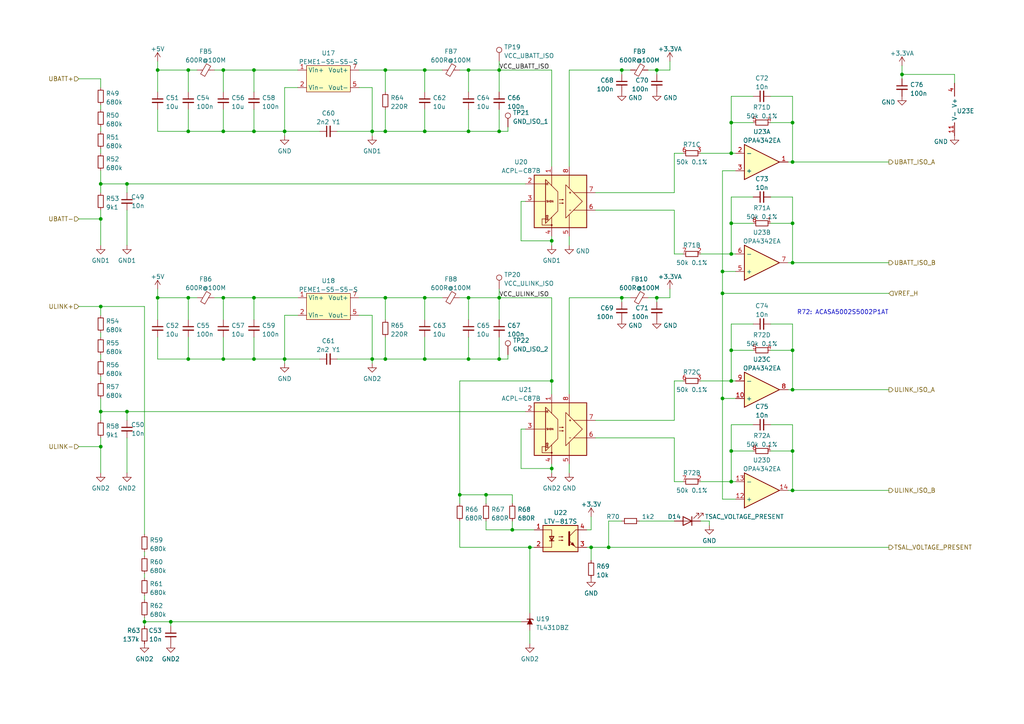
<source format=kicad_sch>
(kicad_sch (version 20211123) (generator eeschema)
  (paper "A4")
  (title_block (title "SPR23e Battery Management Unit (BMU)") (date "2023-03-25") (rev "B") (company "Scuderia Mensa HS RheinMain racing e.V.") (comment 1 "Author: Luca Engelmann") (comment 2 "Car number: 65"))
  (junction (at 123.19 20.32))
  (junction (at 144.78 86.36))
  (junction (at 54.61 38.1))
  (junction (at 190.5 20.32))
  (junction (at 41.91 180.34))
  (junction (at 261.62 21.59))
  (junction (at 160.02 69.85))
  (junction (at 82.55 38.1))
  (junction (at 190.5 86.36))
  (junction (at 73.66 104.14))
  (junction (at 229.87 76.2))
  (junction (at 212.09 73.66))
  (junction (at 107.95 38.1))
  (junction (at 153.67 158.75))
  (junction (at 180.34 86.36))
  (junction (at 64.77 104.14))
  (junction (at 73.66 38.1))
  (junction (at 111.76 20.32))
  (junction (at 171.45 158.75))
  (junction (at 111.76 104.14))
  (junction (at 29.21 129.54))
  (junction (at 148.59 153.67))
  (junction (at 180.34 20.32))
  (junction (at 209.55 78.74))
  (junction (at 45.72 20.32))
  (junction (at 229.87 46.99))
  (junction (at 229.87 130.81))
  (junction (at 54.61 86.36))
  (junction (at 212.09 101.6))
  (junction (at 82.55 104.14))
  (junction (at 107.95 104.14))
  (junction (at 140.97 143.51))
  (junction (at 212.09 64.77))
  (junction (at 123.19 86.36))
  (junction (at 229.87 142.24))
  (junction (at 135.89 20.32))
  (junction (at 135.89 86.36))
  (junction (at 212.09 139.7))
  (junction (at 229.87 35.56))
  (junction (at 123.19 104.14))
  (junction (at 64.77 20.32))
  (junction (at 176.53 158.75))
  (junction (at 29.21 63.5))
  (junction (at 73.66 20.32))
  (junction (at 144.78 38.1))
  (junction (at 123.19 38.1))
  (junction (at 64.77 86.36))
  (junction (at 29.21 88.9))
  (junction (at 160.02 110.49))
  (junction (at 111.76 86.36))
  (junction (at 209.55 85.09))
  (junction (at 73.66 86.36))
  (junction (at 29.21 119.38))
  (junction (at 144.78 104.14))
  (junction (at 54.61 20.32))
  (junction (at 229.87 101.6))
  (junction (at 229.87 113.03))
  (junction (at 144.78 20.32))
  (junction (at 111.76 38.1))
  (junction (at 160.02 135.89))
  (junction (at 135.89 38.1))
  (junction (at 212.09 110.49))
  (junction (at 133.35 143.51))
  (junction (at 45.72 86.36))
  (junction (at 64.77 38.1))
  (junction (at 36.83 53.34))
  (junction (at 212.09 35.56))
  (junction (at 212.09 44.45))
  (junction (at 135.89 104.14))
  (junction (at 29.21 53.34))
  (junction (at 229.87 64.77))
  (junction (at 209.55 115.57))
  (junction (at 212.09 130.81))
  (junction (at 36.83 119.38))
  (junction (at 54.61 104.14))
  (junction (at 49.53 180.34))
  (wire (pts (xy 147.32 38.1) (xy 144.78 38.1)))
  (wire (pts (xy 160.02 20.32) (xy 160.02 48.26)))
  (wire (pts (xy 229.87 113.03) (xy 228.6 113.03)))
  (wire (pts (xy 194.31 20.32) (xy 190.5 20.32)))
  (wire (pts (xy 218.44 123.19) (xy 212.09 123.19)))
  (wire (pts (xy 104.14 20.32) (xy 111.76 20.32)))
  (wire (pts (xy 73.66 20.32) (xy 86.36 20.32)))
  (wire (pts (xy 212.09 73.66) (xy 213.36 73.66)))
  (wire (pts (xy 180.34 86.36) (xy 180.34 87.63)))
  (wire (pts (xy 195.58 44.45) (xy 198.12 44.45)))
  (wire (pts (xy 172.72 121.92) (xy 195.58 121.92)))
  (wire (pts (xy 229.87 93.98) (xy 229.87 101.6)))
  (wire (pts (xy 209.55 85.09) (xy 209.55 115.57)))
  (wire (pts (xy 212.09 57.15) (xy 212.09 64.77)))
  (wire (pts (xy 218.44 64.77) (xy 212.09 64.77)))
  (wire (pts (xy 64.77 86.36) (xy 73.66 86.36)))
  (wire (pts (xy 160.02 68.58) (xy 160.02 69.85)))
  (wire (pts (xy 195.58 55.88) (xy 195.58 44.45)))
  (wire (pts (xy 212.09 27.94) (xy 212.09 35.56)))
  (wire (pts (xy 135.89 20.32) (xy 135.89 26.67)))
  (wire (pts (xy 64.77 20.32) (xy 73.66 20.32)))
  (wire (pts (xy 195.58 139.7) (xy 198.12 139.7)))
  (wire (pts (xy 36.83 53.34) (xy 152.4 53.34)))
  (wire (pts (xy 133.35 20.32) (xy 135.89 20.32)))
  (wire (pts (xy 151.13 135.89) (xy 160.02 135.89)))
  (wire (pts (xy 203.2 73.66) (xy 212.09 73.66)))
  (wire (pts (xy 36.83 127) (xy 36.83 137.16)))
  (wire (pts (xy 36.83 60.96) (xy 36.83 71.12)))
  (wire (pts (xy 45.72 38.1) (xy 54.61 38.1)))
  (wire (pts (xy 36.83 55.88) (xy 36.83 53.34)))
  (wire (pts (xy 64.77 97.79) (xy 64.77 104.14)))
  (wire (pts (xy 229.87 35.56) (xy 229.87 46.99)))
  (wire (pts (xy 41.91 88.9) (xy 29.21 88.9)))
  (wire (pts (xy 123.19 20.32) (xy 123.19 26.67)))
  (wire (pts (xy 160.02 110.49) (xy 160.02 114.3)))
  (wire (pts (xy 144.78 20.32) (xy 144.78 26.67)))
  (wire (pts (xy 62.23 86.36) (xy 64.77 86.36)))
  (wire (pts (xy 111.76 86.36) (xy 111.76 92.71)))
  (wire (pts (xy 148.59 146.05) (xy 148.59 143.51)))
  (wire (pts (xy 195.58 110.49) (xy 198.12 110.49)))
  (wire (pts (xy 41.91 180.34) (xy 49.53 180.34)))
  (wire (pts (xy 22.86 88.9) (xy 29.21 88.9)))
  (wire (pts (xy 176.53 151.13) (xy 176.53 158.75)))
  (wire (pts (xy 144.78 104.14) (xy 135.89 104.14)))
  (wire (pts (xy 29.21 30.48) (xy 29.21 31.75)))
  (wire (pts (xy 165.1 68.58) (xy 165.1 71.12)))
  (wire (pts (xy 57.15 20.32) (xy 54.61 20.32)))
  (wire (pts (xy 41.91 180.34) (xy 41.91 179.07)))
  (wire (pts (xy 54.61 86.36) (xy 45.72 86.36)))
  (wire (pts (xy 194.31 86.36) (xy 190.5 86.36)))
  (wire (pts (xy 195.58 121.92) (xy 195.58 110.49)))
  (wire (pts (xy 212.09 123.19) (xy 212.09 130.81)))
  (wire (pts (xy 64.77 86.36) (xy 64.77 92.71)))
  (wire (pts (xy 107.95 91.44) (xy 107.95 104.14)))
  (wire (pts (xy 172.72 127) (xy 195.58 127)))
  (wire (pts (xy 223.52 130.81) (xy 229.87 130.81)))
  (wire (pts (xy 54.61 86.36) (xy 54.61 92.71)))
  (wire (pts (xy 111.76 20.32) (xy 111.76 26.67)))
  (wire (pts (xy 165.1 86.36) (xy 165.1 114.3)))
  (wire (pts (xy 29.21 102.87) (xy 29.21 104.14)))
  (wire (pts (xy 209.55 78.74) (xy 209.55 85.09)))
  (wire (pts (xy 180.34 151.13) (xy 176.53 151.13)))
  (wire (pts (xy 165.1 20.32) (xy 165.1 48.26)))
  (wire (pts (xy 73.66 97.79) (xy 73.66 104.14)))
  (wire (pts (xy 229.87 64.77) (xy 229.87 76.2)))
  (wire (pts (xy 209.55 115.57) (xy 213.36 115.57)))
  (wire (pts (xy 229.87 46.99) (xy 228.6 46.99)))
  (wire (pts (xy 135.89 97.79) (xy 135.89 104.14)))
  (wire (pts (xy 54.61 20.32) (xy 45.72 20.32)))
  (wire (pts (xy 82.55 91.44) (xy 86.36 91.44)))
  (wire (pts (xy 212.09 110.49) (xy 213.36 110.49)))
  (wire (pts (xy 62.23 20.32) (xy 64.77 20.32)))
  (wire (pts (xy 144.78 20.32) (xy 160.02 20.32)))
  (wire (pts (xy 218.44 101.6) (xy 212.09 101.6)))
  (wire (pts (xy 111.76 38.1) (xy 107.95 38.1)))
  (wire (pts (xy 73.66 38.1) (xy 82.55 38.1)))
  (wire (pts (xy 41.91 88.9) (xy 41.91 154.94)))
  (wire (pts (xy 41.91 172.72) (xy 41.91 173.99)))
  (wire (pts (xy 187.96 86.36) (xy 190.5 86.36)))
  (wire (pts (xy 229.87 123.19) (xy 229.87 130.81)))
  (wire (pts (xy 29.21 109.22) (xy 29.21 110.49)))
  (wire (pts (xy 123.19 86.36) (xy 123.19 92.71)))
  (wire (pts (xy 261.62 19.05) (xy 261.62 21.59)))
  (wire (pts (xy 180.34 20.32) (xy 165.1 20.32)))
  (wire (pts (xy 147.32 36.83) (xy 147.32 38.1)))
  (wire (pts (xy 229.87 27.94) (xy 229.87 35.56)))
  (wire (pts (xy 144.78 17.78) (xy 144.78 20.32)))
  (wire (pts (xy 218.44 35.56) (xy 212.09 35.56)))
  (wire (pts (xy 212.09 130.81) (xy 212.09 139.7)))
  (wire (pts (xy 45.72 20.32) (xy 45.72 26.67)))
  (wire (pts (xy 123.19 38.1) (xy 111.76 38.1)))
  (wire (pts (xy 171.45 158.75) (xy 176.53 158.75)))
  (wire (pts (xy 218.44 130.81) (xy 212.09 130.81)))
  (wire (pts (xy 203.2 110.49) (xy 212.09 110.49)))
  (wire (pts (xy 140.97 153.67) (xy 148.59 153.67)))
  (wire (pts (xy 45.72 31.75) (xy 45.72 38.1)))
  (wire (pts (xy 194.31 83.82) (xy 194.31 86.36)))
  (wire (pts (xy 203.2 44.45) (xy 212.09 44.45)))
  (wire (pts (xy 218.44 57.15) (xy 212.09 57.15)))
  (wire (pts (xy 205.74 151.13) (xy 205.74 152.4)))
  (wire (pts (xy 54.61 20.32) (xy 54.61 26.67)))
  (wire (pts (xy 140.97 151.13) (xy 140.97 153.67)))
  (wire (pts (xy 36.83 121.92) (xy 36.83 119.38)))
  (wire (pts (xy 123.19 20.32) (xy 128.27 20.32)))
  (wire (pts (xy 123.19 31.75) (xy 123.19 38.1)))
  (wire (pts (xy 152.4 124.46) (xy 151.13 124.46)))
  (wire (pts (xy 182.88 20.32) (xy 180.34 20.32)))
  (wire (pts (xy 229.87 57.15) (xy 229.87 64.77)))
  (wire (pts (xy 228.6 76.2) (xy 229.87 76.2)))
  (wire (pts (xy 229.87 46.99) (xy 257.81 46.99)))
  (wire (pts (xy 73.66 86.36) (xy 73.66 92.71)))
  (wire (pts (xy 123.19 104.14) (xy 111.76 104.14)))
  (wire (pts (xy 111.76 104.14) (xy 107.95 104.14)))
  (wire (pts (xy 144.78 104.14) (xy 147.32 104.14)))
  (wire (pts (xy 170.18 158.75) (xy 171.45 158.75)))
  (wire (pts (xy 104.14 91.44) (xy 107.95 91.44)))
  (wire (pts (xy 82.55 38.1) (xy 82.55 39.37)))
  (wire (pts (xy 172.72 55.88) (xy 195.58 55.88)))
  (wire (pts (xy 54.61 38.1) (xy 64.77 38.1)))
  (wire (pts (xy 151.13 58.42) (xy 151.13 69.85)))
  (wire (pts (xy 212.09 35.56) (xy 212.09 44.45)))
  (wire (pts (xy 54.61 104.14) (xy 64.77 104.14)))
  (wire (pts (xy 133.35 110.49) (xy 160.02 110.49)))
  (wire (pts (xy 229.87 130.81) (xy 229.87 142.24)))
  (wire (pts (xy 64.77 20.32) (xy 64.77 26.67)))
  (wire (pts (xy 45.72 17.78) (xy 45.72 20.32)))
  (wire (pts (xy 73.66 31.75) (xy 73.66 38.1)))
  (wire (pts (xy 36.83 119.38) (xy 152.4 119.38)))
  (wire (pts (xy 144.78 31.75) (xy 144.78 38.1)))
  (wire (pts (xy 22.86 22.86) (xy 29.21 22.86)))
  (wire (pts (xy 154.94 158.75) (xy 153.67 158.75)))
  (wire (pts (xy 64.77 104.14) (xy 73.66 104.14)))
  (wire (pts (xy 229.87 113.03) (xy 257.81 113.03)))
  (wire (pts (xy 153.67 182.88) (xy 153.67 186.69)))
  (wire (pts (xy 29.21 36.83) (xy 29.21 38.1)))
  (wire (pts (xy 223.52 64.77) (xy 229.87 64.77)))
  (wire (pts (xy 182.88 86.36) (xy 180.34 86.36)))
  (wire (pts (xy 73.66 86.36) (xy 86.36 86.36)))
  (wire (pts (xy 153.67 158.75) (xy 133.35 158.75)))
  (wire (pts (xy 54.61 97.79) (xy 54.61 104.14)))
  (wire (pts (xy 176.53 158.75) (xy 257.81 158.75)))
  (wire (pts (xy 212.09 101.6) (xy 212.09 110.49)))
  (wire (pts (xy 185.42 151.13) (xy 195.58 151.13)))
  (wire (pts (xy 133.35 143.51) (xy 133.35 146.05)))
  (wire (pts (xy 97.79 104.14) (xy 107.95 104.14)))
  (wire (pts (xy 111.76 97.79) (xy 111.76 104.14)))
  (wire (pts (xy 151.13 124.46) (xy 151.13 135.89)))
  (wire (pts (xy 29.21 96.52) (xy 29.21 97.79)))
  (wire (pts (xy 160.02 86.36) (xy 160.02 110.49)))
  (wire (pts (xy 107.95 38.1) (xy 107.95 39.37)))
  (wire (pts (xy 29.21 53.34) (xy 36.83 53.34)))
  (wire (pts (xy 111.76 31.75) (xy 111.76 38.1)))
  (wire (pts (xy 73.66 20.32) (xy 73.66 26.67)))
  (wire (pts (xy 160.02 69.85) (xy 160.02 71.12)))
  (wire (pts (xy 209.55 49.53) (xy 209.55 78.74)))
  (wire (pts (xy 29.21 119.38) (xy 29.21 121.92)))
  (wire (pts (xy 194.31 17.78) (xy 194.31 20.32)))
  (wire (pts (xy 171.45 158.75) (xy 171.45 162.56)))
  (wire (pts (xy 49.53 181.61) (xy 49.53 180.34)))
  (wire (pts (xy 135.89 104.14) (xy 123.19 104.14)))
  (wire (pts (xy 209.55 115.57) (xy 209.55 144.78)))
  (wire (pts (xy 180.34 20.32) (xy 180.34 21.59)))
  (wire (pts (xy 123.19 86.36) (xy 128.27 86.36)))
  (wire (pts (xy 111.76 86.36) (xy 123.19 86.36)))
  (wire (pts (xy 276.86 24.13) (xy 276.86 21.59)))
  (wire (pts (xy 223.52 35.56) (xy 229.87 35.56)))
  (wire (pts (xy 49.53 180.34) (xy 151.13 180.34)))
  (wire (pts (xy 144.78 38.1) (xy 135.89 38.1)))
  (wire (pts (xy 223.52 123.19) (xy 229.87 123.19)))
  (wire (pts (xy 209.55 78.74) (xy 213.36 78.74)))
  (wire (pts (xy 22.86 63.5) (xy 29.21 63.5)))
  (wire (pts (xy 64.77 38.1) (xy 73.66 38.1)))
  (wire (pts (xy 41.91 166.37) (xy 41.91 167.64)))
  (wire (pts (xy 213.36 49.53) (xy 209.55 49.53)))
  (wire (pts (xy 212.09 93.98) (xy 212.09 101.6)))
  (wire (pts (xy 29.21 127) (xy 29.21 129.54)))
  (wire (pts (xy 218.44 93.98) (xy 212.09 93.98)))
  (wire (pts (xy 144.78 86.36) (xy 160.02 86.36)))
  (wire (pts (xy 64.77 31.75) (xy 64.77 38.1)))
  (wire (pts (xy 147.32 102.87) (xy 147.32 104.14)))
  (wire (pts (xy 135.89 20.32) (xy 144.78 20.32)))
  (wire (pts (xy 133.35 86.36) (xy 135.89 86.36)))
  (wire (pts (xy 223.52 27.94) (xy 229.87 27.94)))
  (wire (pts (xy 92.71 38.1) (xy 82.55 38.1)))
  (wire (pts (xy 29.21 119.38) (xy 36.83 119.38)))
  (wire (pts (xy 104.14 86.36) (xy 111.76 86.36)))
  (wire (pts (xy 45.72 86.36) (xy 45.72 92.71)))
  (wire (pts (xy 148.59 143.51) (xy 140.97 143.51)))
  (wire (pts (xy 148.59 153.67) (xy 148.59 151.13)))
  (wire (pts (xy 29.21 53.34) (xy 29.21 55.88)))
  (wire (pts (xy 135.89 31.75) (xy 135.89 38.1)))
  (wire (pts (xy 144.78 97.79) (xy 144.78 104.14)))
  (wire (pts (xy 151.13 69.85) (xy 160.02 69.85)))
  (wire (pts (xy 218.44 27.94) (xy 212.09 27.94)))
  (wire (pts (xy 92.71 104.14) (xy 82.55 104.14)))
  (wire (pts (xy 170.18 153.67) (xy 171.45 153.67)))
  (wire (pts (xy 82.55 104.14) (xy 82.55 91.44)))
  (wire (pts (xy 123.19 97.79) (xy 123.19 104.14)))
  (wire (pts (xy 104.14 25.4) (xy 107.95 25.4)))
  (wire (pts (xy 229.87 142.24) (xy 257.81 142.24)))
  (wire (pts (xy 229.87 101.6) (xy 229.87 113.03)))
  (wire (pts (xy 212.09 44.45) (xy 213.36 44.45)))
  (wire (pts (xy 228.6 142.24) (xy 229.87 142.24)))
  (wire (pts (xy 212.09 64.77) (xy 212.09 73.66)))
  (wire (pts (xy 195.58 73.66) (xy 198.12 73.66)))
  (wire (pts (xy 140.97 143.51) (xy 140.97 146.05)))
  (wire (pts (xy 144.78 83.82) (xy 144.78 86.36)))
  (wire (pts (xy 29.21 63.5) (xy 29.21 71.12)))
  (wire (pts (xy 152.4 58.42) (xy 151.13 58.42)))
  (wire (pts (xy 45.72 104.14) (xy 54.61 104.14)))
  (wire (pts (xy 223.52 93.98) (xy 229.87 93.98)))
  (wire (pts (xy 97.79 38.1) (xy 107.95 38.1)))
  (wire (pts (xy 190.5 20.32) (xy 190.5 21.59)))
  (wire (pts (xy 223.52 57.15) (xy 229.87 57.15)))
  (wire (pts (xy 29.21 25.4) (xy 29.21 22.86)))
  (wire (pts (xy 144.78 86.36) (xy 144.78 92.71)))
  (wire (pts (xy 209.55 144.78) (xy 213.36 144.78)))
  (wire (pts (xy 82.55 25.4) (xy 86.36 25.4)))
  (wire (pts (xy 82.55 104.14) (xy 82.55 105.41)))
  (wire (pts (xy 82.55 38.1) (xy 82.55 25.4)))
  (wire (pts (xy 133.35 158.75) (xy 133.35 151.13)))
  (wire (pts (xy 165.1 134.62) (xy 165.1 137.16)))
  (wire (pts (xy 172.72 60.96) (xy 195.58 60.96)))
  (wire (pts (xy 29.21 129.54) (xy 29.21 137.16)))
  (wire (pts (xy 107.95 104.14) (xy 107.95 105.41)))
  (wire (pts (xy 171.45 153.67) (xy 171.45 149.86)))
  (wire (pts (xy 160.02 135.89) (xy 160.02 137.16)))
  (wire (pts (xy 209.55 85.09) (xy 257.81 85.09)))
  (wire (pts (xy 29.21 115.57) (xy 29.21 119.38)))
  (wire (pts (xy 203.2 151.13) (xy 205.74 151.13)))
  (wire (pts (xy 195.58 73.66) (xy 195.58 60.96)))
  (wire (pts (xy 276.86 21.59) (xy 261.62 21.59)))
  (wire (pts (xy 154.94 153.67) (xy 148.59 153.67)))
  (wire (pts (xy 29.21 60.96) (xy 29.21 63.5)))
  (wire (pts (xy 187.96 20.32) (xy 190.5 20.32)))
  (wire (pts (xy 107.95 25.4) (xy 107.95 38.1)))
  (wire (pts (xy 180.34 86.36) (xy 165.1 86.36)))
  (wire (pts (xy 229.87 76.2) (xy 257.81 76.2)))
  (wire (pts (xy 223.52 101.6) (xy 229.87 101.6)))
  (wire (pts (xy 195.58 139.7) (xy 195.58 127)))
  (wire (pts (xy 140.97 143.51) (xy 133.35 143.51)))
  (wire (pts (xy 190.5 86.36) (xy 190.5 87.63)))
  (wire (pts (xy 29.21 49.53) (xy 29.21 53.34)))
  (wire (pts (xy 261.62 21.59) (xy 261.62 22.86)))
  (wire (pts (xy 22.86 129.54) (xy 29.21 129.54)))
  (wire (pts (xy 45.72 83.82) (xy 45.72 86.36)))
  (wire (pts (xy 203.2 139.7) (xy 212.09 139.7)))
  (wire (pts (xy 133.35 110.49) (xy 133.35 143.51)))
  (wire (pts (xy 135.89 86.36) (xy 135.89 92.71)))
  (wire (pts (xy 153.67 158.75) (xy 153.67 177.8)))
  (wire (pts (xy 160.02 134.62) (xy 160.02 135.89)))
  (wire (pts (xy 111.76 20.32) (xy 123.19 20.32)))
  (wire (pts (xy 29.21 91.44) (xy 29.21 88.9)))
  (wire (pts (xy 212.09 139.7) (xy 213.36 139.7)))
  (wire (pts (xy 41.91 160.02) (xy 41.91 161.29)))
  (wire (pts (xy 73.66 104.14) (xy 82.55 104.14)))
  (wire (pts (xy 57.15 86.36) (xy 54.61 86.36)))
  (wire (pts (xy 54.61 31.75) (xy 54.61 38.1)))
  (wire (pts (xy 29.21 43.18) (xy 29.21 44.45)))
  (wire (pts (xy 135.89 38.1) (xy 123.19 38.1)))
  (wire (pts (xy 135.89 86.36) (xy 144.78 86.36)))
  (wire (pts (xy 45.72 97.79) (xy 45.72 104.14)))
  (wire (pts (xy 41.91 180.34) (xy 41.91 181.61)))
  (text "R72: ACASA5002S5002P1AT " (at 231.14 91.44 0) (effects (font (size 1.27 1.27)) (justify left bottom)))
  (label "VCC_UBATT_ISO" (at 144.78 20.32 0))
  (label "VCC_ULINK_ISO" (at 144.78 86.36 0))
  (hierarchical_label "ULINK-" (shape input) (at 22.86 129.54 180))
  (hierarchical_label "UBATT+" (shape input) (at 22.86 22.86 180))
  (hierarchical_label "UBATT-" (shape input) (at 22.86 63.5 180))
  (hierarchical_label "UBATT_ISO_B" (shape output) (at 257.81 76.2 0))
  (hierarchical_label "VREF_H" (shape input) (at 257.81 85.09 0))
  (hierarchical_label "TSAL_VOLTAGE_PRESENT" (shape output) (at 257.81 158.75 0))
  (hierarchical_label "ULINK_ISO_B" (shape output) (at 257.81 142.24 0))
  (hierarchical_label "UBATT_ISO_A" (shape output) (at 257.81 46.99 0))
  (hierarchical_label "ULINK+" (shape input) (at 22.86 88.9 180))
  (hierarchical_label "ULINK_ISO_A" (shape output) (at 257.81 113.03 0))
  (symbol (lib_id "Device:C_Small") (at 36.83 58.42 0) (mirror y) (unit 1)
    (property "Reference" "C49" (at 41.91 57.15 0) (effects (justify left)))
    (property "Value" "10n" (at 41.91 59.69 0) (effects (justify left)))
    (property "Footprint" "Capacitor_SMD:C_0603_1608Metric" (effects hide))
  )
  (symbol (lib_id "Device:FerriteBead_Small") (at 59.69 86.36 90) (unit 1)
    (property "Reference" "FB6" (at 59.6519 80.9584 90))
    (property "Value" "600R@100M" (at 59.6519 83.4953 90))
    (property "Footprint" "Inductor_SMD:L_0603_1608Metric" (effects hide))
  )
  (symbol (lib_id "Device:R_Small") (at 29.21 40.64 0) (mirror y) (unit 1)
    (property "Reference" "R51" (at 30.7086 39.8053 0) (effects (justify right)))
    (property "Value" "680k" (at 30.7086 42.3422 0) (effects (justify right)))
    (property "Footprint" "Resistor_SMD:R_1206_3216Metric" (effects hide))
  )
  (symbol (lib_id "Device:C_Small") (at 190.5 90.17 0) (mirror y) (unit 1)
    (property "Reference" "C71" (at 188.1759 89.3416 0) (effects (justify left)))
    (property "Value" "100n" (at 188.1759 91.8785 0) (effects (justify left)))
    (property "Footprint" "Capacitor_SMD:C_0603_1608Metric" (effects hide))
  )
  (symbol (lib_id "Scuderia:R_Network_SMD") (at 220.98 101.6 270) (unit 4)
    (property "Reference" "R72" (at 220.98 97.1636 90))
    (property "Value" "50k 0.1%" (at 220.98 99.7005 90))
    (property "Footprint" "Resistor_SMD:R_Array_Convex_4x0603" (effects hide))
  )
  (symbol (lib_name "GND1_3") (lib_id "power:GND1") (at 36.83 71.12 0) (mirror y) (unit 1)
    (property "Reference" "#PWR0122" (effects hide))
    (property "Value" "GND1" (at 36.83 75.5634 0))
  )
  (symbol (lib_id "power:GND2") (at 41.91 186.69 0) (mirror y) (unit 1)
    (property "Reference" "#PWR0124" (effects hide))
    (property "Value" "GND2" (at 41.91 191.1334 0))
  )
  (symbol (lib_id "Device:C_Small") (at 261.62 25.4 0) (unit 1)
    (property "Reference" "C76" (at 263.9441 24.5716 0) (effects (justify left)))
    (property "Value" "100n" (at 263.9441 27.1085 0) (effects (justify left)))
    (property "Footprint" "Capacitor_SMD:C_0603_1608Metric" (effects hide))
  )
  (symbol (lib_id "Scuderia:R_Network_SMD") (at 200.66 73.66 270) (unit 2)
    (property "Reference" "R71" (at 200.66 71.12 90))
    (property "Value" "50k 0.1%" (at 200.66 76.2 90))
    (property "Footprint" "Resistor_SMD:R_Array_Convex_4x0603" (effects hide))
  )
  (symbol (lib_id "Device:C_Small") (at 220.98 123.19 90) (unit 1)
    (property "Reference" "C75" (at 220.9863 117.9281 90))
    (property "Value" "10n" (at 220.9863 120.465 90))
    (property "Footprint" "Capacitor_SMD:C_0603_1608Metric" (effects hide))
  )
  (symbol (lib_id "Connector:TestPoint") (at 144.78 83.82 0) (unit 1)
    (property "Reference" "TP20" (at 146.177 79.6833 0) (effects (justify left)))
    (property "Value" "VCC_ULINK_ISO" (at 146.177 82.2202 0) (effects (justify left)))
    (property "Footprint" "TestPoint:TestPoint_Pad_D1.5mm" (effects hide))
  )
  (symbol (lib_id "Device:Opamp_Quad") (at 220.98 46.99 0) (mirror x) (unit 1)
    (property "Reference" "U23" (at 220.98 38.2102 0))
    (property "Value" "OPA4342EA" (at 220.98 40.7471 0))
    (property "Footprint" "Package_SO:TSSOP-14_4.4x5mm_P0.65mm" (effects hide))
  )
  (symbol (lib_id "Device:C_Small") (at 180.34 90.17 0) (mirror y) (unit 1)
    (property "Reference" "C69" (at 178.0159 89.3416 0) (effects (justify left)))
    (property "Value" "100n" (at 178.0159 91.8785 0) (effects (justify left)))
    (property "Footprint" "Capacitor_SMD:C_0603_1608Metric" (effects hide))
  )
  (symbol (lib_id "Connector:TestPoint") (at 144.78 17.78 0) (unit 1)
    (property "Reference" "TP19" (at 146.177 13.6433 0) (effects (justify left)))
    (property "Value" "VCC_UBATT_ISO" (at 146.177 16.1802 0) (effects (justify left)))
    (property "Footprint" "TestPoint:TestPoint_Pad_D1.5mm" (effects hide))
  )
  (symbol (lib_id "Device:C_Small") (at 95.25 104.14 90) (unit 1)
    (property "Reference" "C61" (at 95.2563 98.8781 90))
    (property "Value" "2n2 Y1" (at 95.2563 101.415 90))
    (property "Footprint" "Capacitor_THT:C_Rect_L13.0mm_W4.0mm_P10.00mm_FKS3_FKP3_MKS4" (effects hide))
  )
  (symbol (lib_id "Device:R_Small") (at 29.21 100.33 0) (mirror y) (unit 1)
    (property "Reference" "R55" (at 30.7086 99.4953 0) (effects (justify right)))
    (property "Value" "680k" (at 30.7086 102.0322 0) (effects (justify right)))
    (property "Footprint" "Resistor_SMD:R_1206_3216Metric" (effects hide))
  )
  (symbol (lib_id "Device:Opamp_Quad") (at 274.32 31.75 0) (mirror y) (unit 5)
    (property "Reference" "U23" (at 277.495 32.1838 0) (effects (justify right)))
    (property "Value" "OPA4342EA" (effects hide))
    (property "Footprint" "Package_SO:TSSOP-14_4.4x5mm_P0.65mm" (effects hide))
  )
  (symbol (lib_name "GND_1") (lib_id "power:GND") (at 190.5 92.71 0) (unit 1)
    (property "Reference" "#PWR0142" (effects hide))
    (property "Value" "GND" (at 192.405 94.4138 0) (effects (justify left)))
  )
  (symbol (lib_id "Scuderia:PEME1") (at 95.25 22.86 0) (unit 1)
    (property "Reference" "U17" (at 95.25 15.401 0))
    (property "Value" "PEME1-S5-S5-S" (at 95.25 17.9379 0))
    (property "Footprint" "Scuderia:PEME1" (effects hide))
  )
  (symbol (lib_id "Device:R_Small") (at 41.91 157.48 0) (mirror y) (unit 1)
    (property "Reference" "R59" (at 43.4086 156.6453 0) (effects (justify right)))
    (property "Value" "680k" (at 43.4086 159.1822 0) (effects (justify right)))
    (property "Footprint" "Resistor_SMD:R_1206_3216Metric" (effects hide))
  )
  (symbol (lib_id "Device:C_Small") (at 36.83 124.46 0) (mirror y) (unit 1)
    (property "Reference" "C50" (at 41.91 123.19 0) (effects (justify left)))
    (property "Value" "10n" (at 41.91 125.73 0) (effects (justify left)))
    (property "Footprint" "Capacitor_SMD:C_0603_1608Metric" (effects hide))
  )
  (symbol (lib_name "GND2_1") (lib_id "power:GND2") (at 160.02 137.16 0) (mirror y) (unit 1)
    (property "Reference" "#PWR0134" (effects hide))
    (property "Value" "GND2" (at 160.02 141.6034 0))
  )
  (symbol (lib_id "Device:FerriteBead_Small") (at 130.81 20.32 90) (unit 1)
    (property "Reference" "FB7" (at 130.7719 14.9184 90))
    (property "Value" "600R@100M" (at 130.7719 17.4553 90))
    (property "Footprint" "Inductor_SMD:L_0603_1608Metric" (effects hide))
  )
  (symbol (lib_id "Device:C_Small") (at 123.19 29.21 0) (unit 1)
    (property "Reference" "C62" (at 125.5141 28.3816 0) (effects (justify left)))
    (property "Value" "10u" (at 125.5141 30.9185 0) (effects (justify left)))
    (property "Footprint" "Capacitor_SMD:C_1206_3216Metric" (effects hide))
  )
  (symbol (lib_name "GND_4") (lib_id "power:GND") (at 205.74 152.4 0) (unit 1)
    (property "Reference" "#PWR0145" (effects hide))
    (property "Value" "GND" (at 205.74 156.8434 0))
  )
  (symbol (lib_id "Device:R_Small") (at 182.88 151.13 90) (unit 1)
    (property "Reference" "R70" (at 177.8 149.86 90))
    (property "Value" "1k2" (at 187.96 149.86 90))
    (property "Footprint" "Resistor_SMD:R_0603_1608Metric" (effects hide))
  )
  (symbol (lib_id "Isolator_Analog:ACPL-C87B") (at 162.56 124.46 0) (unit 1)
    (property "Reference" "U21" (at 152.4 113.03 0))
    (property "Value" "ACPL-C87B" (at 151.13 115.57 0))
    (property "Footprint" "Package_SO:SSO-8_6.8x5.9mm_P1.27mm_Clearance8mm" (effects hide))
    (property "Datasheet" "www.avagotech.com/docs/AV02-3563EN" (effects hide))
  )
  (symbol (lib_name "GND_9") (lib_id "power:GND") (at 276.86 39.37 0) (mirror y) (unit 1)
    (property "Reference" "#PWR0148" (effects hide))
    (property "Value" "GND" (at 274.955 41.0738 0) (effects (justify left)))
  )
  (symbol (lib_id "Device:FerriteBead_Small") (at 185.42 20.32 270) (unit 1)
    (property "Reference" "FB9" (at 185.4581 14.9184 90))
    (property "Value" "600R@100M" (at 185.4581 17.4553 90))
    (property "Footprint" "Inductor_SMD:L_0603_1608Metric" (effects hide))
  )
  (symbol (lib_id "Device:R_Small") (at 41.91 163.83 0) (mirror y) (unit 1)
    (property "Reference" "R60" (at 43.4086 162.9953 0) (effects (justify right)))
    (property "Value" "680k" (at 43.4086 165.5322 0) (effects (justify right)))
    (property "Footprint" "Resistor_SMD:R_1206_3216Metric" (effects hide))
  )
  (symbol (lib_id "Device:R_Small") (at 111.76 29.21 0) (unit 1)
    (property "Reference" "R64" (at 113.2586 28.3753 0) (effects (justify left)))
    (property "Value" "220R" (at 113.2586 30.9122 0) (effects (justify left)))
    (property "Footprint" "Resistor_SMD:R_1210_3225Metric" (effects hide))
  )
  (symbol (lib_id "Device:C_Small") (at 135.89 95.25 0) (unit 1)
    (property "Reference" "C65" (at 138.2141 94.4216 0) (effects (justify left)))
    (property "Value" "10u" (at 138.2141 96.9585 0) (effects (justify left)))
    (property "Footprint" "Capacitor_SMD:C_1206_3216Metric" (effects hide))
  )
  (symbol (lib_name "+3.3VA_1") (lib_id "power:+3.3VA") (at 194.31 83.82 0) (mirror y) (unit 1)
    (property "Reference" "#PWR0144" (effects hide))
    (property "Value" "+3.3VA" (at 194.31 80.2442 0))
  )
  (symbol (lib_id "power:GND1") (at 29.21 71.12 0) (mirror y) (unit 1)
    (property "Reference" "#PWR0120" (effects hide))
    (property "Value" "GND1" (at 29.21 75.5634 0))
  )
  (symbol (lib_id "Connector:TestPoint") (at 147.32 102.87 0) (unit 1)
    (property "Reference" "TP22" (at 148.717 98.7333 0) (effects (justify left)))
    (property "Value" "GND_ISO_2" (at 148.717 101.2702 0) (effects (justify left)))
    (property "Footprint" "TestPoint:TestPoint_Pad_D1.5mm" (effects hide))
  )
  (symbol (lib_name "GND1_2") (lib_id "power:GND1") (at 107.95 39.37 0) (unit 1)
    (property "Reference" "#PWR0130" (effects hide))
    (property "Value" "GND1" (at 107.95 43.8134 0))
  )
  (symbol (lib_name "GND_11") (lib_id "power:GND") (at 82.55 39.37 0) (unit 1)
    (property "Reference" "#PWR0128" (effects hide))
    (property "Value" "GND" (at 82.55 43.8134 0))
  )
  (symbol (lib_name "GND_3") (lib_id "power:GND") (at 165.1 137.16 0) (unit 1)
    (property "Reference" "#PWR0136" (effects hide))
    (property "Value" "GND" (at 165.1 141.6034 0))
  )
  (symbol (lib_id "Device:R_Small") (at 41.91 176.53 0) (mirror y) (unit 1)
    (property "Reference" "R62" (at 43.4086 175.6953 0) (effects (justify right)))
    (property "Value" "680k" (at 43.4086 178.2322 0) (effects (justify right)))
    (property "Footprint" "Resistor_SMD:R_1206_3216Metric" (effects hide))
  )
  (symbol (lib_id "Device:Opamp_Quad") (at 220.98 142.24 0) (mirror x) (unit 4)
    (property "Reference" "U23" (at 220.98 133.4602 0))
    (property "Value" "OPA4342EA" (at 220.98 135.9971 0))
    (property "Footprint" "Package_SO:TSSOP-14_4.4x5mm_P0.65mm" (effects hide))
  )
  (symbol (lib_id "Device:C_Small") (at 54.61 29.21 0) (unit 1)
    (property "Reference" "C54" (at 56.9341 28.3816 0) (effects (justify left)))
    (property "Value" "100n" (at 56.9341 30.9185 0) (effects (justify left)))
    (property "Footprint" "Capacitor_SMD:C_0603_1608Metric" (effects hide))
  )
  (symbol (lib_id "Device:R_Small") (at 29.21 34.29 0) (mirror y) (unit 1)
    (property "Reference" "R50" (at 30.7086 33.4553 0) (effects (justify right)))
    (property "Value" "680k" (at 30.7086 35.9922 0) (effects (justify right)))
    (property "Footprint" "Resistor_SMD:R_1206_3216Metric" (effects hide))
  )
  (symbol (lib_id "Device:R_Small") (at 133.35 148.59 0) (mirror y) (unit 1)
    (property "Reference" "R66" (at 134.8486 147.7553 0) (effects (justify right)))
    (property "Value" "680R" (at 134.8486 150.2922 0) (effects (justify right)))
    (property "Footprint" "Resistor_SMD:R_0603_1608Metric" (effects hide))
  )
  (symbol (lib_name "GND_5") (lib_id "power:GND") (at 171.45 167.64 0) (unit 1)
    (property "Reference" "#PWR0138" (effects hide))
    (property "Value" "GND" (at 171.45 172.0834 0))
  )
  (symbol (lib_id "Device:R_Small") (at 171.45 165.1 0) (unit 1)
    (property "Reference" "R69" (at 172.9486 164.2653 0) (effects (justify left)))
    (property "Value" "10k" (at 172.9486 166.8022 0) (effects (justify left)))
    (property "Footprint" "Resistor_SMD:R_0603_1608Metric" (effects hide))
  )
  (symbol (lib_id "Device:C_Small") (at 64.77 95.25 0) (unit 1)
    (property "Reference" "C57" (at 67.0941 94.4216 0) (effects (justify left)))
    (property "Value" "10u" (at 67.0941 96.9585 0) (effects (justify left)))
    (property "Footprint" "Capacitor_SMD:C_1206_3216Metric" (effects hide))
  )
  (symbol (lib_name "GND_7") (lib_id "power:GND") (at 180.34 26.67 0) (unit 1)
    (property "Reference" "#PWR0139" (effects hide))
    (property "Value" "GND" (at 182.245 28.3738 0) (effects (justify left)))
  )
  (symbol (lib_id "power:+3.3VA") (at 261.62 19.05 0) (unit 1)
    (property "Reference" "#PWR0146" (effects hide))
    (property "Value" "+3.3VA" (at 261.62 15.4742 0))
  )
  (symbol (lib_id "Device:R_Small") (at 29.21 27.94 0) (mirror y) (unit 1)
    (property "Reference" "R49" (at 30.7086 27.1053 0) (effects (justify right)))
    (property "Value" "680k" (at 30.7086 29.6422 0) (effects (justify right)))
    (property "Footprint" "Resistor_SMD:R_1206_3216Metric" (effects hide))
  )
  (symbol (lib_id "power:GND") (at 82.55 105.41 0) (unit 1)
    (property "Reference" "#PWR0129" (effects hide))
    (property "Value" "GND" (at 82.55 109.8534 0))
  )
  (symbol (lib_name "GND_10") (lib_id "power:GND") (at 261.62 27.94 0) (mirror y) (unit 1)
    (property "Reference" "#PWR0147" (effects hide))
    (property "Value" "GND" (at 259.715 29.6438 0) (effects (justify left)))
  )
  (symbol (lib_id "Device:C_Small") (at 144.78 29.21 0) (unit 1)
    (property "Reference" "C66" (at 147.1041 28.3816 0) (effects (justify left)))
    (property "Value" "100n" (at 147.1041 30.9185 0) (effects (justify left)))
    (property "Footprint" "Capacitor_SMD:C_0603_1608Metric" (effects hide))
  )
  (symbol (lib_id "Device:C_Small") (at 49.53 184.15 0) (mirror y) (unit 1)
    (property "Reference" "C53" (at 46.99 182.88 0) (effects (justify left)))
    (property "Value" "10n" (at 46.99 185.42 0) (effects (justify left)))
    (property "Footprint" "Capacitor_SMD:C_0603_1608Metric" (effects hide))
  )
  (symbol (lib_id "Device:R_Small") (at 29.21 93.98 0) (mirror y) (unit 1)
    (property "Reference" "R54" (at 30.7086 93.1453 0) (effects (justify right)))
    (property "Value" "680k" (at 30.7086 95.6822 0) (effects (justify right)))
    (property "Footprint" "Resistor_SMD:R_1206_3216Metric" (effects hide))
  )
  (symbol (lib_id "Scuderia:PEME1") (at 95.25 88.9 0) (unit 1)
    (property "Reference" "U18" (at 95.25 81.441 0))
    (property "Value" "PEME1-S5-S5-S" (at 95.25 83.9779 0))
    (property "Footprint" "Scuderia:PEME1" (effects hide))
  )
  (symbol (lib_id "Device:R_Small") (at 29.21 124.46 0) (mirror y) (unit 1)
    (property "Reference" "R58" (at 30.7086 123.6253 0) (effects (justify right)))
    (property "Value" "9k1" (at 30.7086 126.1622 0) (effects (justify right)))
    (property "Footprint" "Resistor_SMD:R_0603_1608Metric" (effects hide))
  )
  (symbol (lib_id "Scuderia:R_Network_SMD") (at 200.66 139.7 270) (unit 2)
    (property "Reference" "R72" (at 200.66 137.16 90))
    (property "Value" "50k 0.1%" (at 200.66 142.24 90))
    (property "Footprint" "Resistor_SMD:R_Array_Convex_4x0603" (effects hide))
  )
  (symbol (lib_id "Device:R_Small") (at 140.97 148.59 0) (mirror y) (unit 1)
    (property "Reference" "R67" (at 142.4686 147.7553 0) (effects (justify right)))
    (property "Value" "680R" (at 142.4686 150.2922 0) (effects (justify right)))
    (property "Footprint" "Resistor_SMD:R_0603_1608Metric" (effects hide))
  )
  (symbol (lib_name "GND2_4") (lib_id "power:GND2") (at 153.67 186.69 0) (mirror y) (unit 1)
    (property "Reference" "#PWR0132" (effects hide))
    (property "Value" "GND2" (at 153.67 191.1334 0))
  )
  (symbol (lib_id "Device:FerriteBead_Small") (at 130.81 86.36 90) (unit 1)
    (property "Reference" "FB8" (at 130.7719 80.9584 90))
    (property "Value" "600R@100M" (at 130.7719 83.4953 90))
    (property "Footprint" "Inductor_SMD:L_0603_1608Metric" (effects hide))
  )
  (symbol (lib_id "power:GND2") (at 29.21 137.16 0) (mirror y) (unit 1)
    (property "Reference" "#PWR0121" (effects hide))
    (property "Value" "GND2" (at 29.21 141.6034 0))
  )
  (symbol (lib_name "GND_6") (lib_id "power:GND") (at 165.1 71.12 0) (unit 1)
    (property "Reference" "#PWR0135" (effects hide))
    (property "Value" "GND" (at 167.005 72.8238 0) (effects (justify left)))
  )
  (symbol (lib_id "power:+5V") (at 45.72 17.78 0) (unit 1)
    (property "Reference" "#PWR0125" (effects hide))
    (property "Value" "+5V" (at 45.72 14.2042 0))
  )
  (symbol (lib_id "Device:Opamp_Quad") (at 220.98 113.03 0) (mirror x) (unit 3)
    (property "Reference" "U23" (at 220.98 104.2502 0))
    (property "Value" "OPA4342EA" (at 220.98 106.7871 0))
    (property "Footprint" "Package_SO:TSSOP-14_4.4x5mm_P0.65mm" (effects hide))
  )
  (symbol (lib_name "+5V_1") (lib_id "power:+5V") (at 45.72 83.82 0) (unit 1)
    (property "Reference" "#PWR0126" (effects hide))
    (property "Value" "+5V" (at 45.72 80.2442 0))
  )
  (symbol (lib_id "Device:C_Small") (at 180.34 24.13 0) (mirror y) (unit 1)
    (property "Reference" "C68" (at 178.0159 23.3016 0) (effects (justify left)))
    (property "Value" "100n" (at 178.0159 25.8385 0) (effects (justify left)))
    (property "Footprint" "Capacitor_SMD:C_0603_1608Metric" (effects hide))
  )
  (symbol (lib_id "Isolator_Analog:ACPL-C87B") (at 162.56 58.42 0) (unit 1)
    (property "Reference" "U20" (at 151.13 46.99 0))
    (property "Value" "ACPL-C87B" (at 151.13 49.53 0))
    (property "Footprint" "Package_SO:SSO-8_6.8x5.9mm_P1.27mm_Clearance8mm" (effects hide))
    (property "Datasheet" "www.avagotech.com/docs/AV02-3563EN" (effects hide))
  )
  (symbol (lib_id "Device:R_Small") (at 29.21 46.99 0) (mirror y) (unit 1)
    (property "Reference" "R52" (at 30.7086 46.1553 0) (effects (justify right)))
    (property "Value" "680k" (at 30.7086 48.6922 0) (effects (justify right)))
    (property "Footprint" "Resistor_SMD:R_1206_3216Metric" (effects hide))
  )
  (symbol (lib_id "Device:C_Small") (at 220.98 27.94 90) (unit 1)
    (property "Reference" "C72" (at 220.9863 22.6781 90))
    (property "Value" "10n" (at 220.9863 25.215 90))
    (property "Footprint" "Capacitor_SMD:C_0603_1608Metric" (effects hide))
  )
  (symbol (lib_id "Device:C_Small") (at 220.98 57.15 90) (unit 1)
    (property "Reference" "C73" (at 220.9863 51.8881 90))
    (property "Value" "10n" (at 220.9863 54.425 90))
    (property "Footprint" "Capacitor_SMD:C_0603_1608Metric" (effects hide))
  )
  (symbol (lib_name "GND1_1") (lib_id "power:GND1") (at 160.02 71.12 0) (mirror y) (unit 1)
    (property "Reference" "#PWR0133" (effects hide))
    (property "Value" "GND1" (at 160.02 75.5634 0))
  )
  (symbol (lib_id "Device:R_Small") (at 148.59 148.59 0) (mirror y) (unit 1)
    (property "Reference" "R68" (at 150.0886 147.7553 0) (effects (justify right)))
    (property "Value" "680R" (at 150.0886 150.2922 0) (effects (justify right)))
    (property "Footprint" "Resistor_SMD:R_0603_1608Metric" (effects hide))
  )
  (symbol (lib_id "Device:C_Small") (at 95.25 38.1 90) (unit 1)
    (property "Reference" "C60" (at 95.2563 32.8381 90))
    (property "Value" "2n2 Y1" (at 95.2563 35.375 90))
    (property "Footprint" "Capacitor_THT:C_Rect_L13.0mm_W4.0mm_P10.00mm_FKS3_FKP3_MKS4" (effects hide))
  )
  (symbol (lib_name "GND_2") (lib_id "power:GND") (at 180.34 92.71 0) (unit 1)
    (property "Reference" "#PWR0140" (effects hide))
    (property "Value" "GND" (at 182.245 94.4138 0) (effects (justify left)))
  )
  (symbol (lib_id "Device:C_Small") (at 135.89 29.21 0) (unit 1)
    (property "Reference" "C64" (at 138.2141 28.3816 0) (effects (justify left)))
    (property "Value" "10u" (at 138.2141 30.9185 0) (effects (justify left)))
    (property "Footprint" "Capacitor_SMD:C_1206_3216Metric" (effects hide))
  )
  (symbol (lib_id "Device:R_Small") (at 29.21 106.68 0) (mirror y) (unit 1)
    (property "Reference" "R56" (at 30.7086 105.8453 0) (effects (justify right)))
    (property "Value" "680k" (at 30.7086 108.3822 0) (effects (justify right)))
    (property "Footprint" "Resistor_SMD:R_1206_3216Metric" (effects hide))
  )
  (symbol (lib_id "Scuderia:R_Network_SMD") (at 220.98 35.56 270) (unit 4)
    (property "Reference" "R71" (at 220.98 31.1236 90))
    (property "Value" "50k 0.1%" (at 220.98 33.6605 90))
    (property "Footprint" "Resistor_SMD:R_Array_Convex_4x0603" (effects hide))
  )
  (symbol (lib_id "Scuderia:R_Network_SMD") (at 220.98 130.81 270) (unit 1)
    (property "Reference" "R72" (at 220.98 126.3736 90))
    (property "Value" "50k 0.1%" (at 220.98 128.9105 90))
    (property "Footprint" "Resistor_SMD:R_Array_Convex_4x0603" (effects hide))
  )
  (symbol (lib_id "Reference_Voltage:TL431DBZ") (at 153.67 180.34 90) (unit 1)
    (property "Reference" "U19" (at 155.448 179.5053 90) (effects (justify right)))
    (property "Value" "TL431DBZ" (at 155.448 182.0422 90) (effects (justify right)))
    (property "Footprint" "Scuderia:SOT-23" (effects hide))
    (property "Datasheet" "http://www.ti.com/lit/ds/symlink/tl431.pdf" (effects hide))
  )
  (symbol (lib_id "Connector:TestPoint") (at 147.32 36.83 0) (unit 1)
    (property "Reference" "TP21" (at 148.717 32.6933 0) (effects (justify left)))
    (property "Value" "GND_ISO_1" (at 148.717 35.2302 0) (effects (justify left)))
    (property "Footprint" "TestPoint:TestPoint_Pad_D1.5mm" (effects hide))
  )
  (symbol (lib_id "Device:C_Small") (at 64.77 29.21 0) (unit 1)
    (property "Reference" "C56" (at 67.0941 28.3816 0) (effects (justify left)))
    (property "Value" "10u" (at 67.0941 30.9185 0) (effects (justify left)))
    (property "Footprint" "Capacitor_SMD:C_1206_3216Metric" (effects hide))
  )
  (symbol (lib_id "Device:C_Small") (at 190.5 24.13 0) (mirror y) (unit 1)
    (property "Reference" "C70" (at 188.1759 23.3016 0) (effects (justify left)))
    (property "Value" "100n" (at 188.1759 25.8385 0) (effects (justify left)))
    (property "Footprint" "Capacitor_SMD:C_0603_1608Metric" (effects hide))
  )
  (symbol (lib_id "Isolator:LTV-817S") (at 162.56 156.21 0) (unit 1)
    (property "Reference" "U22" (at 162.56 148.7002 0))
    (property "Value" "LTV-817S" (at 162.56 151.2371 0))
    (property "Footprint" "Package_DIP:SMDIP-4_W9.53mm" (effects hide))
    (property "Datasheet" "http://www.us.liteon.com/downloads/LTV-817-827-847.PDF" (effects hide))
  )
  (symbol (lib_id "Device:C_Small") (at 73.66 95.25 0) (unit 1)
    (property "Reference" "C59" (at 75.9841 94.4216 0) (effects (justify left)))
    (property "Value" "100n" (at 75.9841 96.9585 0) (effects (justify left)))
    (property "Footprint" "Capacitor_SMD:C_0603_1608Metric" (effects hide))
  )
  (symbol (lib_name "GND2_6") (lib_id "power:GND2") (at 36.83 137.16 0) (mirror y) (unit 1)
    (property "Reference" "#PWR0123" (effects hide))
    (property "Value" "GND2" (at 36.83 141.6034 0))
  )
  (symbol (lib_id "Scuderia:R_Network_SMD") (at 200.66 44.45 270) (unit 3)
    (property "Reference" "R71" (at 200.66 41.91 90))
    (property "Value" "50k 0.1%" (at 200.66 46.99 90))
    (property "Footprint" "Resistor_SMD:R_Array_Convex_4x0603" (effects hide))
  )
  (symbol (lib_id "Device:Opamp_Quad") (at 220.98 76.2 0) (mirror x) (unit 2)
    (property "Reference" "U23" (at 220.98 67.4202 0))
    (property "Value" "OPA4342EA" (at 220.98 69.9571 0))
    (property "Footprint" "Package_SO:TSSOP-14_4.4x5mm_P0.65mm" (effects hide))
  )
  (symbol (lib_id "Device:LED") (at 199.39 151.13 180) (unit 1)
    (property "Reference" "D14" (at 195.58 149.86 0))
    (property "Value" "TSAC_VOLTAGE_PRESENT" (at 215.9 149.86 0))
    (property "Footprint" "LED_SMD:LED_0603_1608Metric" (effects hide))
  )
  (symbol (lib_id "Device:FerriteBead_Small") (at 185.42 86.36 270) (unit 1)
    (property "Reference" "FB10" (at 185.4581 80.9584 90))
    (property "Value" "600R@100M" (at 185.4581 83.4953 90))
    (property "Footprint" "Inductor_SMD:L_0603_1608Metric" (effects hide))
  )
  (symbol (lib_id "Device:R_Small") (at 111.76 95.25 0) (unit 1)
    (property "Reference" "R65" (at 113.2586 94.4153 0) (effects (justify left)))
    (property "Value" "220R" (at 113.2586 96.9522 0) (effects (justify left)))
    (property "Footprint" "Resistor_SMD:R_1210_3225Metric" (effects hide))
  )
  (symbol (lib_id "Device:R_Small") (at 29.21 113.03 0) (mirror y) (unit 1)
    (property "Reference" "R57" (at 30.7086 112.1953 0) (effects (justify right)))
    (property "Value" "680k" (at 30.7086 114.7322 0) (effects (justify right)))
    (property "Footprint" "Resistor_SMD:R_1206_3216Metric" (effects hide))
  )
  (symbol (lib_id "Device:FerriteBead_Small") (at 59.69 20.32 90) (unit 1)
    (property "Reference" "FB5" (at 59.6519 14.9184 90))
    (property "Value" "600R@100M" (at 59.6519 17.4553 90))
    (property "Footprint" "Inductor_SMD:L_0603_1608Metric" (effects hide))
  )
  (symbol (lib_id "Device:C_Small") (at 54.61 95.25 0) (unit 1)
    (property "Reference" "C55" (at 56.9341 94.4216 0) (effects (justify left)))
    (property "Value" "100n" (at 56.9341 96.9585 0) (effects (justify left)))
    (property "Footprint" "Capacitor_SMD:C_0603_1608Metric" (effects hide))
  )
  (symbol (lib_name "GND2_5") (lib_id "power:GND2") (at 107.95 105.41 0) (unit 1)
    (property "Reference" "#PWR0131" (effects hide))
    (property "Value" "GND2" (at 107.95 109.8534 0))
  )
  (symbol (lib_id "Device:C_Small") (at 144.78 95.25 0) (unit 1)
    (property "Reference" "C67" (at 147.1041 94.4216 0) (effects (justify left)))
    (property "Value" "100n" (at 147.1041 96.9585 0) (effects (justify left)))
    (property "Footprint" "Capacitor_SMD:C_0603_1608Metric" (effects hide))
  )
  (symbol (lib_id "Device:R_Small") (at 41.91 170.18 0) (mirror y) (unit 1)
    (property "Reference" "R61" (at 43.4086 169.3453 0) (effects (justify right)))
    (property "Value" "680k" (at 43.4086 171.8822 0) (effects (justify right)))
    (property "Footprint" "Resistor_SMD:R_1206_3216Metric" (effects hide))
  )
  (symbol (lib_id "Device:C_Small") (at 73.66 29.21 0) (unit 1)
    (property "Reference" "C58" (at 75.9841 28.3816 0) (effects (justify left)))
    (property "Value" "100n" (at 75.9841 30.9185 0) (effects (justify left)))
    (property "Footprint" "Capacitor_SMD:C_0603_1608Metric" (effects hide))
  )
  (symbol (lib_id "Device:C_Small") (at 220.98 93.98 90) (unit 1)
    (property "Reference" "C74" (at 220.9863 88.7181 90))
    (property "Value" "10n" (at 220.9863 91.255 90))
    (property "Footprint" "Capacitor_SMD:C_0603_1608Metric" (effects hide))
  )
  (symbol (lib_id "Device:C_Small") (at 123.19 95.25 0) (unit 1)
    (property "Reference" "C63" (at 125.5141 94.4216 0) (effects (justify left)))
    (property "Value" "10u" (at 125.5141 96.9585 0) (effects (justify left)))
    (property "Footprint" "Capacitor_SMD:C_1206_3216Metric" (effects hide))
  )
  (symbol (lib_id "Device:C_Small") (at 45.72 29.21 0) (unit 1)
    (property "Reference" "C51" (at 48.0441 28.3816 0) (effects (justify left)))
    (property "Value" "10u" (at 48.0441 30.9185 0) (effects (justify left)))
    (property "Footprint" "Capacitor_SMD:C_1206_3216Metric" (effects hide))
  )
  (symbol (lib_id "Scuderia:R_Network_SMD") (at 220.98 64.77 270) (unit 1)
    (property "Reference" "R71" (at 220.98 60.3336 90))
    (property "Value" "50k 0.1%" (at 220.98 62.8705 90))
    (property "Footprint" "Resistor_SMD:R_Array_Convex_4x0603" (effects hide))
  )
  (symbol (lib_name "+3.3VA_2") (lib_id "power:+3.3VA") (at 194.31 17.78 0) (mirror y) (unit 1)
    (property "Reference" "#PWR0143" (effects hide))
    (property "Value" "+3.3VA" (at 194.31 14.2042 0))
  )
  (symbol (lib_name "GND_8") (lib_id "power:GND") (at 190.5 26.67 0) (unit 1)
    (property "Reference" "#PWR0141" (effects hide))
    (property "Value" "GND" (at 192.405 28.3738 0) (effects (justify left)))
  )
  (symbol (lib_id "Device:C_Small") (at 45.72 95.25 0) (unit 1)
    (property "Reference" "C52" (at 48.0441 94.4216 0) (effects (justify left)))
    (property "Value" "10u" (at 48.0441 96.9585 0) (effects (justify left)))
    (property "Footprint" "Capacitor_SMD:C_1206_3216Metric" (effects hide))
  )
  (symbol (lib_id "power:+3.3V") (at 171.45 149.86 0) (unit 1)
    (property "Reference" "#PWR0137" (effects hide))
    (property "Value" "+3.3V" (at 171.45 146.2842 0))
  )
  (symbol (lib_id "Scuderia:R_Network_SMD") (at 200.66 110.49 270) (unit 3)
    (property "Reference" "R72" (at 200.66 107.95 90))
    (property "Value" "50k 0.1%" (at 200.66 113.03 90))
    (property "Footprint" "Resistor_SMD:R_Array_Convex_4x0603" (effects hide))
  )
  (symbol (lib_id "Device:R_Small") (at 29.21 58.42 0) (mirror y) (unit 1)
    (property "Reference" "R53" (at 30.7086 57.5853 0) (effects (justify right)))
    (property "Value" "9k1" (at 30.7086 60.1222 0) (effects (justify right)))
    (property "Footprint" "Resistor_SMD:R_0603_1608Metric" (effects hide))
  )
  (symbol (lib_id "power:GND2") (at 49.53 186.69 0) (mirror y) (unit 1)
    (property "Reference" "#PWR0127" (effects hide))
    (property "Value" "GND2" (at 49.53 191.1334 0))
  )
  (symbol (lib_id "Device:R_Small") (at 41.91 184.15 0) (mirror y) (unit 1)
    (property "Reference" "R63" (at 36.83 182.88 0) (effects (justify right)))
    (property "Value" "137k" (at 35.56 185.42 0) (effects (justify right)))
    (property "Footprint" "Resistor_SMD:R_0603_1608Metric" (effects hide))
  )
)
</source>
